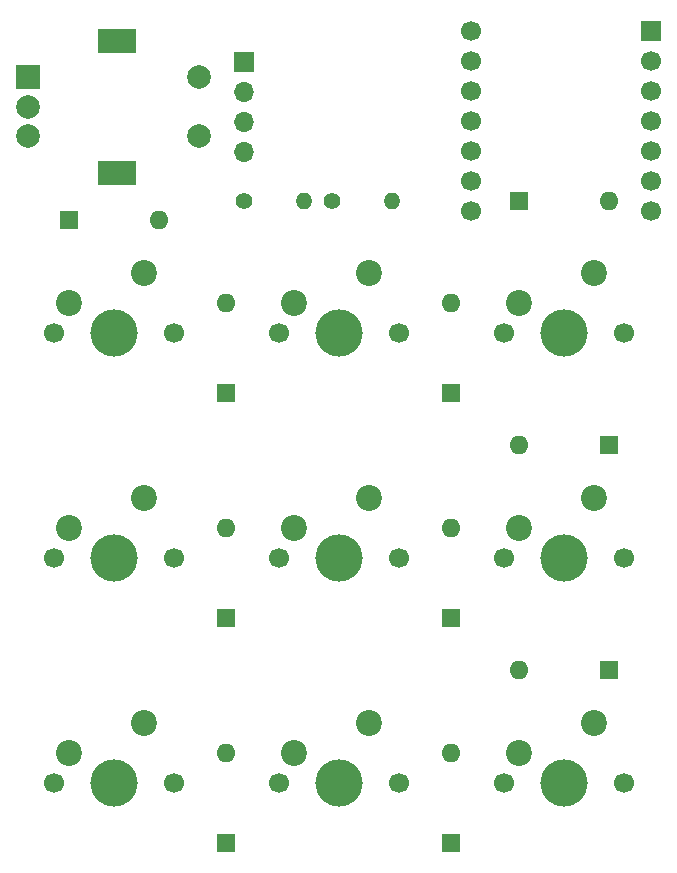
<source format=gbr>
%TF.GenerationSoftware,KiCad,Pcbnew,8.0.5*%
%TF.CreationDate,2024-10-24T23:33:23-07:00*%
%TF.ProjectId,HackPad,4861636b-5061-4642-9e6b-696361645f70,rev?*%
%TF.SameCoordinates,Original*%
%TF.FileFunction,Soldermask,Bot*%
%TF.FilePolarity,Negative*%
%FSLAX46Y46*%
G04 Gerber Fmt 4.6, Leading zero omitted, Abs format (unit mm)*
G04 Created by KiCad (PCBNEW 8.0.5) date 2024-10-24 23:33:23*
%MOMM*%
%LPD*%
G01*
G04 APERTURE LIST*
%ADD10C,1.700000*%
%ADD11C,4.000000*%
%ADD12C,2.200000*%
%ADD13R,1.700000X1.700000*%
%ADD14O,1.700000X1.700000*%
%ADD15C,1.400000*%
%ADD16O,1.400000X1.400000*%
%ADD17R,1.600000X1.600000*%
%ADD18O,1.600000X1.600000*%
%ADD19R,2.000000X2.000000*%
%ADD20C,2.000000*%
%ADD21R,3.200000X2.000000*%
G04 APERTURE END LIST*
D10*
%TO.C,SW1*%
X45870000Y-71450000D03*
D11*
X50950000Y-71450000D03*
D10*
X56030000Y-71450000D03*
D12*
X53490000Y-66370000D03*
X47140000Y-68910000D03*
%TD*%
D13*
%TO.C,J2*%
X61954000Y-48510000D03*
D14*
X61954000Y-51050000D03*
X61954000Y-53590000D03*
X61954000Y-56130000D03*
%TD*%
D10*
%TO.C,SW10*%
X83970000Y-90500000D03*
D11*
X89050000Y-90500000D03*
D10*
X94130000Y-90500000D03*
D12*
X91590000Y-85420000D03*
X85240000Y-87960000D03*
%TD*%
D10*
%TO.C,SW7*%
X64920000Y-109550000D03*
D11*
X70000000Y-109550000D03*
D10*
X75080000Y-109550000D03*
D12*
X72540000Y-104470000D03*
X66190000Y-107010000D03*
%TD*%
D10*
%TO.C,SW3*%
X45870000Y-109550000D03*
D11*
X50950000Y-109550000D03*
D10*
X56030000Y-109550000D03*
D12*
X53490000Y-104470000D03*
X47140000Y-107010000D03*
%TD*%
D10*
%TO.C,SW6*%
X64920000Y-90500000D03*
D11*
X70000000Y-90500000D03*
D10*
X75080000Y-90500000D03*
D12*
X72540000Y-85420000D03*
X66190000Y-87960000D03*
%TD*%
D10*
%TO.C,SW2*%
X45870000Y-90500000D03*
D11*
X50950000Y-90500000D03*
D10*
X56030000Y-90500000D03*
D12*
X53490000Y-85420000D03*
X47140000Y-87960000D03*
%TD*%
D15*
%TO.C,R3*%
X69460000Y-60292500D03*
D16*
X74540000Y-60292500D03*
%TD*%
D10*
%TO.C,SW5*%
X64920000Y-71450000D03*
D11*
X70000000Y-71450000D03*
D10*
X75080000Y-71450000D03*
D12*
X72540000Y-66370000D03*
X66190000Y-68910000D03*
%TD*%
D10*
%TO.C,SW9*%
X83970000Y-71450000D03*
D11*
X89050000Y-71450000D03*
D10*
X94130000Y-71450000D03*
D12*
X91590000Y-66370000D03*
X85240000Y-68910000D03*
%TD*%
D10*
%TO.C,SW11*%
X83970000Y-109550000D03*
D11*
X89050000Y-109550000D03*
D10*
X94130000Y-109550000D03*
D12*
X91590000Y-104470000D03*
X85240000Y-107010000D03*
%TD*%
D17*
%TO.C,D9*%
X85240000Y-60292500D03*
D18*
X92860000Y-60292500D03*
%TD*%
D15*
%TO.C,R4*%
X61960000Y-60292500D03*
D16*
X67040000Y-60292500D03*
%TD*%
D19*
%TO.C,SW13*%
X43700000Y-49820000D03*
D20*
X43700000Y-54820000D03*
X43700000Y-52320000D03*
D21*
X51200000Y-46720000D03*
X51200000Y-57920000D03*
D20*
X58200000Y-54820000D03*
X58200000Y-49820000D03*
%TD*%
D17*
%TO.C,D22*%
X47140000Y-61925000D03*
D18*
X54760000Y-61925000D03*
%TD*%
D17*
%TO.C,D2*%
X60475000Y-95580000D03*
D18*
X60475000Y-87960000D03*
%TD*%
D17*
%TO.C,D7*%
X79525000Y-114630000D03*
D18*
X79525000Y-107010000D03*
%TD*%
D17*
%TO.C,D5*%
X79525000Y-76530000D03*
D18*
X79525000Y-68910000D03*
%TD*%
D17*
%TO.C,D6*%
X79525000Y-95580000D03*
D18*
X79525000Y-87960000D03*
%TD*%
D17*
%TO.C,D10*%
X92860000Y-80975000D03*
D18*
X85240000Y-80975000D03*
%TD*%
D13*
%TO.C,U1*%
X96479750Y-45875015D03*
D10*
X96479750Y-48415015D03*
X96479750Y-50955015D03*
X96479750Y-53495015D03*
X96479750Y-56035015D03*
X96479750Y-58575015D03*
X96479750Y-61115015D03*
X81229750Y-61115015D03*
X81229750Y-58575015D03*
X81229750Y-56035015D03*
X81229750Y-53495015D03*
X81229750Y-50955015D03*
X81229750Y-48415015D03*
X81229750Y-45875015D03*
%TD*%
D17*
%TO.C,D3*%
X60475000Y-114630000D03*
D18*
X60475000Y-107010000D03*
%TD*%
D17*
%TO.C,D11*%
X92860000Y-100025000D03*
D18*
X85240000Y-100025000D03*
%TD*%
D17*
%TO.C,D1*%
X60475000Y-76530000D03*
D18*
X60475000Y-68910000D03*
%TD*%
M02*

</source>
